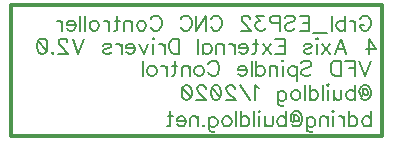
<source format=gbr>
G04 DipTrace 3.3.1.3*
G04 BottomSilk.gbr*
%MOIN*%
G04 #@! TF.FileFunction,Legend,Bot*
G04 #@! TF.Part,Single*
%ADD23C,0.011811*%
%ADD116C,0.00772*%
%FSLAX26Y26*%
G04*
G70*
G90*
G75*
G01*
G04 BotSilk*
%LPD*%
X2556200Y3868207D2*
D23*
X3793700D1*
Y3430708D1*
X2556200D1*
Y3868207D1*
X3718954Y3819795D2*
D116*
X3721330Y3824548D1*
X3726139Y3829357D1*
X3730892Y3831733D1*
X3740453D1*
X3745262Y3829357D1*
X3750015Y3824548D1*
X3752447Y3819795D1*
X3754823Y3812610D1*
Y3800617D1*
X3752447Y3793487D1*
X3750015Y3788678D1*
X3745262Y3783925D1*
X3740453Y3781493D1*
X3730892D1*
X3726139Y3783925D1*
X3721330Y3788678D1*
X3718954Y3793487D1*
Y3800617D1*
X3730892D1*
X3703514Y3814987D2*
Y3781493D1*
Y3800617D2*
X3701082Y3807802D1*
X3696329Y3812610D1*
X3691521Y3814987D1*
X3684336D1*
X3668897Y3831733D2*
Y3781493D1*
Y3807802D2*
X3664088Y3812610D1*
X3659335Y3814987D1*
X3652150D1*
X3647397Y3812610D1*
X3642588Y3807802D1*
X3640212Y3800617D1*
Y3795864D1*
X3642588Y3788678D1*
X3647397Y3783925D1*
X3652150Y3781493D1*
X3659335D1*
X3664088Y3783925D1*
X3668897Y3788678D1*
X3624772Y3831733D2*
Y3781493D1*
X3609333Y3773203D2*
X3563902D1*
X3517401Y3831733D2*
X3548462D1*
Y3781493D1*
X3517401D1*
X3548462Y3807802D2*
X3529339D1*
X3468468Y3824548D2*
X3473221Y3829357D1*
X3480406Y3831733D1*
X3489968D1*
X3497153Y3829357D1*
X3501962Y3824548D1*
Y3819795D1*
X3499530Y3814987D1*
X3497153Y3812610D1*
X3492400Y3810234D1*
X3478030Y3805425D1*
X3473221Y3803049D1*
X3470845Y3800617D1*
X3468468Y3795864D1*
Y3788678D1*
X3473221Y3783925D1*
X3480406Y3781493D1*
X3489968D1*
X3497153Y3783925D1*
X3501962Y3788678D1*
X3453029Y3805425D2*
X3431474D1*
X3424344Y3807802D1*
X3421912Y3810234D1*
X3419536Y3814987D1*
Y3822172D1*
X3421912Y3826925D1*
X3424344Y3829357D1*
X3431474Y3831733D1*
X3453029D1*
Y3781493D1*
X3399288Y3831678D2*
X3373035D1*
X3387350Y3812555D1*
X3380165D1*
X3375412Y3810178D1*
X3373035Y3807802D1*
X3370603Y3800617D1*
Y3795864D1*
X3373035Y3788678D1*
X3377788Y3783870D1*
X3384973Y3781493D1*
X3392158D1*
X3399288Y3783870D1*
X3401665Y3786302D1*
X3404096Y3791055D1*
X3352732Y3819740D2*
Y3822117D1*
X3350355Y3826925D1*
X3347979Y3829302D1*
X3343170Y3831678D1*
X3333609D1*
X3328856Y3829302D1*
X3326479Y3826925D1*
X3324047Y3822117D1*
Y3817363D1*
X3326479Y3812555D1*
X3331232Y3805425D1*
X3355164Y3781493D1*
X3321671D1*
X3221760Y3819795D2*
X3224137Y3824548D1*
X3228945Y3829357D1*
X3233699Y3831733D1*
X3243260D1*
X3248069Y3829357D1*
X3252822Y3824548D1*
X3255254Y3819795D1*
X3257630Y3812610D1*
Y3800617D1*
X3255254Y3793487D1*
X3252822Y3788678D1*
X3248069Y3783925D1*
X3243260Y3781493D1*
X3233699D1*
X3228945Y3783925D1*
X3224137Y3788678D1*
X3221760Y3793487D1*
X3172828Y3831733D2*
Y3781493D1*
X3206321Y3831733D1*
Y3781493D1*
X3121519Y3819795D2*
X3123895Y3824548D1*
X3128704Y3829357D1*
X3133457Y3831733D1*
X3143018D1*
X3147827Y3829357D1*
X3152580Y3824548D1*
X3155012Y3819795D1*
X3157389Y3812610D1*
Y3800617D1*
X3155012Y3793487D1*
X3152580Y3788678D1*
X3147827Y3783925D1*
X3143018Y3781493D1*
X3133457D1*
X3128704Y3783925D1*
X3123895Y3788678D1*
X3121519Y3793487D1*
X3021608Y3819795D2*
X3023985Y3824548D1*
X3028794Y3829357D1*
X3033547Y3831733D1*
X3043108D1*
X3047917Y3829357D1*
X3052670Y3824548D1*
X3055102Y3819795D1*
X3057478Y3812610D1*
Y3800617D1*
X3055102Y3793487D1*
X3052670Y3788678D1*
X3047917Y3783925D1*
X3043108Y3781493D1*
X3033547D1*
X3028794Y3783925D1*
X3023985Y3788678D1*
X3021608Y3793487D1*
X2994231Y3814987D2*
X2998984Y3812610D1*
X3003793Y3807802D1*
X3006169Y3800617D1*
Y3795864D1*
X3003793Y3788678D1*
X2998984Y3783925D1*
X2994231Y3781493D1*
X2987046D1*
X2982238Y3783925D1*
X2977484Y3788678D1*
X2975052Y3795864D1*
Y3800617D1*
X2977484Y3807802D1*
X2982238Y3812610D1*
X2987046Y3814987D1*
X2994231D1*
X2959613D2*
Y3781493D1*
Y3805425D2*
X2952428Y3812610D1*
X2947620Y3814987D1*
X2940490D1*
X2935682Y3812610D1*
X2933305Y3805425D1*
Y3781493D1*
X2910681Y3831733D2*
Y3791055D1*
X2908304Y3783925D1*
X2903496Y3781493D1*
X2898742D1*
X2917866Y3814987D2*
X2901119D1*
X2883303D2*
Y3781493D1*
Y3800617D2*
X2880871Y3807802D1*
X2876118Y3812610D1*
X2871310Y3814987D1*
X2864125D1*
X2836747D2*
X2841500Y3812610D1*
X2846309Y3807802D1*
X2848685Y3800617D1*
Y3795864D1*
X2846309Y3788678D1*
X2841500Y3783925D1*
X2836747Y3781493D1*
X2829562D1*
X2824754Y3783925D1*
X2820001Y3788678D1*
X2817569Y3795864D1*
Y3800617D1*
X2820001Y3807802D1*
X2824754Y3812610D1*
X2829562Y3814987D1*
X2836747D1*
X2802129Y3831733D2*
Y3781493D1*
X2786690Y3831733D2*
Y3781493D1*
X2771251Y3800617D2*
X2742566D1*
Y3805425D1*
X2744943Y3810234D1*
X2747319Y3812610D1*
X2752128Y3814987D1*
X2759313D1*
X2764066Y3812610D1*
X2768874Y3807802D1*
X2771251Y3800617D1*
Y3795864D1*
X2768874Y3788678D1*
X2764066Y3783925D1*
X2759313Y3781493D1*
X2752128D1*
X2747319Y3783925D1*
X2742566Y3788678D1*
X2727127Y3814987D2*
Y3781493D1*
Y3800617D2*
X2724695Y3807802D1*
X2719942Y3812610D1*
X2715133Y3814987D1*
X2707948D1*
X3749960Y3704635D2*
Y3754820D1*
X3773891Y3721382D1*
X3738021D1*
X3635679Y3704635D2*
X3654858Y3754875D1*
X3673981Y3704635D1*
X3666796Y3721382D2*
X3642864D1*
X3620240Y3738128D2*
X3593932Y3704635D1*
Y3738128D2*
X3620240Y3704635D1*
X3578493Y3754875D2*
X3576116Y3752499D1*
X3573684Y3754875D1*
X3576116Y3757307D1*
X3578493Y3754875D1*
X3576116Y3738128D2*
Y3704635D1*
X3531937Y3730943D2*
X3534313Y3735752D1*
X3541498Y3738128D1*
X3548683D1*
X3555868Y3735752D1*
X3558245Y3730943D1*
X3555868Y3726190D1*
X3551060Y3723758D1*
X3539122Y3721382D1*
X3534313Y3719005D1*
X3531937Y3714197D1*
Y3711820D1*
X3534313Y3707067D1*
X3541498Y3704635D1*
X3548683D1*
X3555868Y3707067D1*
X3558245Y3711820D1*
X3436835Y3754875D2*
X3467896D1*
Y3704635D1*
X3436835D1*
X3467896Y3730943D2*
X3448773D1*
X3421396Y3738128D2*
X3395087Y3704635D1*
Y3738128D2*
X3421396Y3704635D1*
X3372463Y3754875D2*
Y3714197D1*
X3370086Y3707067D1*
X3365278Y3704635D1*
X3360525D1*
X3379648Y3738128D2*
X3362901D1*
X3345086Y3723758D2*
X3316401D1*
Y3728567D1*
X3318777Y3733375D1*
X3321154Y3735752D1*
X3325962Y3738128D1*
X3333147D1*
X3337901Y3735752D1*
X3342709Y3730943D1*
X3345086Y3723758D1*
Y3719005D1*
X3342709Y3711820D1*
X3337901Y3707067D1*
X3333147Y3704635D1*
X3325962D1*
X3321154Y3707067D1*
X3316401Y3711820D1*
X3300961Y3738128D2*
Y3704635D1*
Y3723758D2*
X3298530Y3730943D1*
X3293776Y3735752D1*
X3288968Y3738128D1*
X3281783D1*
X3266344D2*
Y3704635D1*
Y3728567D2*
X3259159Y3735752D1*
X3254350Y3738128D1*
X3247220D1*
X3242412Y3735752D1*
X3240035Y3728567D1*
Y3704635D1*
X3195911Y3738128D2*
Y3704635D1*
Y3730943D2*
X3200664Y3735752D1*
X3205473Y3738128D1*
X3212603D1*
X3217411Y3735752D1*
X3222164Y3730943D1*
X3224596Y3723758D1*
Y3719005D1*
X3222164Y3711820D1*
X3217411Y3707067D1*
X3212603Y3704635D1*
X3205473D1*
X3200664Y3707067D1*
X3195911Y3711820D1*
X3180472Y3754875D2*
Y3704635D1*
X3116432Y3754875D2*
Y3704635D1*
X3099685D1*
X3092500Y3707067D1*
X3087692Y3711820D1*
X3085315Y3716629D1*
X3082938Y3723758D1*
Y3735752D1*
X3085315Y3742937D1*
X3087692Y3747690D1*
X3092500Y3752499D1*
X3099685Y3754875D1*
X3116432D1*
X3067499Y3738128D2*
Y3704635D1*
Y3723758D2*
X3065067Y3730943D1*
X3060314Y3735752D1*
X3055506Y3738128D1*
X3048321D1*
X3032881Y3754875D2*
X3030505Y3752499D1*
X3028073Y3754875D1*
X3030505Y3757307D1*
X3032881Y3754875D1*
X3030505Y3738128D2*
Y3704635D1*
X3012634Y3738128D2*
X2998264Y3704635D1*
X2983949Y3738128D1*
X2968510Y3723758D2*
X2939825D1*
Y3728567D1*
X2942201Y3733375D1*
X2944578Y3735752D1*
X2949386Y3738128D1*
X2956571D1*
X2961325Y3735752D1*
X2966133Y3730943D1*
X2968510Y3723758D1*
Y3719005D1*
X2966133Y3711820D1*
X2961325Y3707067D1*
X2956571Y3704635D1*
X2949386D1*
X2944578Y3707067D1*
X2939825Y3711820D1*
X2924385Y3738128D2*
Y3704635D1*
Y3723758D2*
X2921954Y3730943D1*
X2917200Y3735752D1*
X2912392Y3738128D1*
X2905207D1*
X2863459Y3730943D2*
X2865836Y3735752D1*
X2873021Y3738128D1*
X2880206D1*
X2887391Y3735752D1*
X2889768Y3730943D1*
X2887391Y3726190D1*
X2882583Y3723758D1*
X2870644Y3721382D1*
X2865836Y3719005D1*
X2863459Y3714197D1*
Y3711820D1*
X2865836Y3707067D1*
X2873021Y3704635D1*
X2880206D1*
X2887391Y3707067D1*
X2889768Y3711820D1*
X2799419Y3754875D2*
X2780296Y3704635D1*
X2761173Y3754875D1*
X2743302Y3742882D2*
Y3745258D1*
X2740925Y3750067D1*
X2738548Y3752443D1*
X2733740Y3754820D1*
X2724178D1*
X2719425Y3752443D1*
X2717049Y3750067D1*
X2714617Y3745258D1*
Y3740505D1*
X2717049Y3735697D1*
X2721802Y3728567D1*
X2745733Y3704635D1*
X2712240D1*
X2694424Y3709444D2*
X2696801Y3707012D1*
X2694424Y3704635D1*
X2691992Y3707012D1*
X2694424Y3709444D1*
X2662183Y3754820D2*
X2669368Y3752443D1*
X2674177Y3745258D1*
X2676553Y3733320D1*
Y3726135D1*
X2674177Y3714197D1*
X2669368Y3707012D1*
X2662183Y3704635D1*
X2657430D1*
X2650245Y3707012D1*
X2645492Y3714197D1*
X2643060Y3726135D1*
Y3733320D1*
X2645492Y3745258D1*
X2650245Y3752443D1*
X2657430Y3754820D1*
X2662183D1*
X2645492Y3745258D2*
X2674177Y3714197D1*
X3754824Y3681046D2*
X3735701Y3630806D1*
X3716577Y3681046D1*
X3670021D2*
X3701138D1*
Y3630806D1*
Y3657114D2*
X3682015D1*
X3654582Y3681046D2*
Y3630806D1*
X3637835D1*
X3630650Y3633238D1*
X3625842Y3637991D1*
X3623465Y3642799D1*
X3621089Y3649929D1*
Y3661923D1*
X3623465Y3669108D1*
X3625842Y3673861D1*
X3630650Y3678669D1*
X3637835Y3681046D1*
X3654582D1*
X3523555Y3673861D2*
X3528308Y3678669D1*
X3535493Y3681046D1*
X3545055D1*
X3552240Y3678669D1*
X3557049Y3673861D1*
Y3669108D1*
X3554617Y3664299D1*
X3552240Y3661923D1*
X3547487Y3659546D1*
X3533117Y3654737D1*
X3528308Y3652361D1*
X3525932Y3649929D1*
X3523555Y3645176D1*
Y3637991D1*
X3528308Y3633238D1*
X3535493Y3630806D1*
X3545055D1*
X3552240Y3633238D1*
X3557049Y3637991D1*
X3508116Y3664299D2*
Y3614059D1*
Y3657114D2*
X3503308Y3661867D1*
X3498554Y3664299D1*
X3491369D1*
X3486561Y3661867D1*
X3481808Y3657114D1*
X3479376Y3649929D1*
Y3645121D1*
X3481808Y3637991D1*
X3486561Y3633182D1*
X3491369Y3630806D1*
X3498554D1*
X3503308Y3633182D1*
X3508116Y3637991D1*
X3463937Y3681046D2*
X3461560Y3678669D1*
X3459128Y3681046D1*
X3461560Y3683478D1*
X3463937Y3681046D1*
X3461560Y3664299D2*
Y3630806D1*
X3443689Y3664299D2*
Y3630806D1*
Y3654737D2*
X3436504Y3661923D1*
X3431695Y3664299D1*
X3424566D1*
X3419757Y3661923D1*
X3417381Y3654737D1*
Y3630806D1*
X3373256Y3681046D2*
Y3630806D1*
Y3657114D2*
X3378010Y3661923D1*
X3382818Y3664299D1*
X3390003D1*
X3394756Y3661923D1*
X3399565Y3657114D1*
X3401941Y3649929D1*
Y3645176D1*
X3399565Y3637991D1*
X3394756Y3633238D1*
X3390003Y3630806D1*
X3382818D1*
X3378010Y3633238D1*
X3373256Y3637991D1*
X3357817Y3681046D2*
Y3630806D1*
X3342378Y3649929D2*
X3313693D1*
Y3654737D1*
X3316070Y3659546D1*
X3318446Y3661923D1*
X3323255Y3664299D1*
X3330440D1*
X3335193Y3661923D1*
X3340001Y3657114D1*
X3342378Y3649929D1*
Y3645176D1*
X3340001Y3637991D1*
X3335193Y3633238D1*
X3330440Y3630806D1*
X3323255D1*
X3318446Y3633238D1*
X3313693Y3637991D1*
X3213783Y3669108D2*
X3216160Y3673861D1*
X3220968Y3678669D1*
X3225721Y3681046D1*
X3235283D1*
X3240091Y3678669D1*
X3244844Y3673861D1*
X3247276Y3669108D1*
X3249653Y3661923D1*
Y3649929D1*
X3247276Y3642799D1*
X3244844Y3637991D1*
X3240091Y3633238D1*
X3235283Y3630806D1*
X3225721D1*
X3220968Y3633238D1*
X3216160Y3637991D1*
X3213783Y3642799D1*
X3186405Y3664299D2*
X3191159Y3661923D1*
X3195967Y3657114D1*
X3198344Y3649929D1*
Y3645176D1*
X3195967Y3637991D1*
X3191159Y3633238D1*
X3186405Y3630806D1*
X3179220D1*
X3174412Y3633238D1*
X3169659Y3637991D1*
X3167227Y3645176D1*
Y3649929D1*
X3169659Y3657114D1*
X3174412Y3661923D1*
X3179220Y3664299D1*
X3186405D1*
X3151788D2*
Y3630806D1*
Y3654737D2*
X3144603Y3661923D1*
X3139794Y3664299D1*
X3132664D1*
X3127856Y3661923D1*
X3125479Y3654737D1*
Y3630806D1*
X3102855Y3681046D2*
Y3640367D1*
X3100479Y3633238D1*
X3095670Y3630806D1*
X3090917D1*
X3110040Y3664299D2*
X3093294D1*
X3075478D2*
Y3630806D1*
Y3649929D2*
X3073046Y3657114D1*
X3068293Y3661923D1*
X3063484Y3664299D1*
X3056299D1*
X3028922D2*
X3033675Y3661923D1*
X3038483Y3657114D1*
X3040860Y3649929D1*
Y3645176D1*
X3038483Y3637991D1*
X3033675Y3633238D1*
X3028922Y3630806D1*
X3021737D1*
X3016928Y3633238D1*
X3012175Y3637991D1*
X3009743Y3645176D1*
Y3649929D1*
X3012175Y3657114D1*
X3016928Y3661923D1*
X3021737Y3664299D1*
X3028922D1*
X2994304Y3681046D2*
Y3630806D1*
X3728518Y3587803D2*
X3735703D1*
X3740456Y3585426D1*
X3742888Y3583050D1*
X3745264Y3578241D1*
Y3568680D1*
X3742888Y3566303D1*
X3738079D1*
X3728518Y3568680D1*
X3726141Y3563926D1*
X3723765D1*
X3718956Y3568680D1*
X3716580Y3580618D1*
X3718956Y3587803D1*
X3721333Y3592611D1*
X3726141Y3597365D1*
X3730894Y3599741D1*
X3740456D1*
X3745264Y3597365D1*
X3750018Y3592611D1*
X3752449Y3587803D1*
X3754826Y3580618D1*
Y3568680D1*
X3752449Y3561495D1*
X3750018Y3556741D1*
X3745264Y3551933D1*
X3740456Y3549556D1*
X3730894D1*
X3726141Y3551933D1*
X3721333Y3556741D1*
X3728518Y3590180D2*
Y3568680D1*
X3701140Y3599796D2*
Y3549556D1*
Y3575865D2*
X3696332Y3580673D1*
X3691579Y3583050D1*
X3684394D1*
X3679640Y3580673D1*
X3674832Y3575865D1*
X3672455Y3568680D1*
Y3563926D1*
X3674832Y3556741D1*
X3679640Y3551988D1*
X3684394Y3549556D1*
X3691579D1*
X3696332Y3551988D1*
X3701140Y3556741D1*
X3657016Y3583050D2*
Y3559118D1*
X3654640Y3551988D1*
X3649831Y3549556D1*
X3642646D1*
X3637893Y3551988D1*
X3630708Y3559118D1*
Y3583050D2*
Y3549556D1*
X3615269Y3599796D2*
X3612892Y3597420D1*
X3610460Y3599796D1*
X3612892Y3602228D1*
X3615269Y3599796D1*
X3612892Y3583050D2*
Y3549556D1*
X3595021Y3599796D2*
Y3549556D1*
X3550897Y3599796D2*
Y3549556D1*
Y3575865D2*
X3555650Y3580673D1*
X3560458Y3583050D1*
X3567643D1*
X3572397Y3580673D1*
X3577205Y3575865D1*
X3579582Y3568680D1*
Y3563926D1*
X3577205Y3556741D1*
X3572397Y3551988D1*
X3567643Y3549556D1*
X3560458D1*
X3555650Y3551988D1*
X3550897Y3556741D1*
X3535458Y3599796D2*
Y3549556D1*
X3508080Y3583050D2*
X3512833Y3580673D1*
X3517642Y3575865D1*
X3520018Y3568680D1*
Y3563926D1*
X3517642Y3556741D1*
X3512833Y3551988D1*
X3508080Y3549556D1*
X3500895D1*
X3496087Y3551988D1*
X3491333Y3556741D1*
X3488902Y3563926D1*
Y3568680D1*
X3491333Y3575865D1*
X3496087Y3580673D1*
X3500895Y3583050D1*
X3508080D1*
X3444777Y3580673D2*
Y3542371D1*
X3447154Y3535242D1*
X3449531Y3532810D1*
X3454339Y3530433D1*
X3461524D1*
X3466277Y3532810D1*
X3444777Y3573488D2*
X3449531Y3578241D1*
X3454339Y3580673D1*
X3461524D1*
X3466277Y3578241D1*
X3471086Y3573488D1*
X3473462Y3566303D1*
Y3561495D1*
X3471086Y3554365D1*
X3466277Y3549556D1*
X3461524Y3547180D1*
X3454339D1*
X3449531Y3549556D1*
X3444777Y3554365D1*
X3380737Y3590180D2*
X3375929Y3592611D1*
X3368744Y3599741D1*
Y3549556D1*
X3353304D2*
X3319811Y3599741D1*
X3301940Y3587803D2*
Y3590180D1*
X3299563Y3594988D1*
X3297187Y3597365D1*
X3292378Y3599741D1*
X3282817D1*
X3278064Y3597365D1*
X3275687Y3594988D1*
X3273255Y3590180D1*
Y3585426D1*
X3275687Y3580618D1*
X3280440Y3573488D1*
X3304372Y3549556D1*
X3270879D1*
X3241069Y3599741D2*
X3248254Y3597365D1*
X3253063Y3590180D1*
X3255439Y3578241D1*
Y3571056D1*
X3253063Y3559118D1*
X3248254Y3551933D1*
X3241069Y3549556D1*
X3236316D1*
X3229131Y3551933D1*
X3224378Y3559118D1*
X3221946Y3571056D1*
Y3578241D1*
X3224378Y3590180D1*
X3229131Y3597365D1*
X3236316Y3599741D1*
X3241069D1*
X3224378Y3590180D2*
X3253063Y3559118D1*
X3204075Y3587803D2*
Y3590180D1*
X3201698Y3594988D1*
X3199322Y3597365D1*
X3194513Y3599741D1*
X3184952D1*
X3180198Y3597365D1*
X3177822Y3594988D1*
X3175390Y3590180D1*
Y3585426D1*
X3177822Y3580618D1*
X3182575Y3573488D1*
X3206507Y3549556D1*
X3173013D1*
X3143204Y3599741D2*
X3150389Y3597365D1*
X3155198Y3590180D1*
X3157574Y3578241D1*
Y3571056D1*
X3155198Y3559118D1*
X3150389Y3551933D1*
X3143204Y3549556D1*
X3138451D1*
X3131266Y3551933D1*
X3126513Y3559118D1*
X3124081Y3571056D1*
Y3578241D1*
X3126513Y3590180D1*
X3131266Y3597365D1*
X3138451Y3599741D1*
X3143204D1*
X3126513Y3590180D2*
X3155198Y3559118D1*
X3754824Y3512295D2*
Y3462055D1*
Y3488363D2*
X3750016Y3493172D1*
X3745263Y3495548D1*
X3738078D1*
X3733324Y3493172D1*
X3728516Y3488363D1*
X3726139Y3481178D1*
Y3476425D1*
X3728516Y3469240D1*
X3733324Y3464487D1*
X3738078Y3462055D1*
X3745263D1*
X3750016Y3464487D1*
X3754824Y3469240D1*
X3682015Y3512295D2*
Y3462055D1*
Y3488363D2*
X3686768Y3493172D1*
X3691577Y3495548D1*
X3698762D1*
X3703515Y3493172D1*
X3708324Y3488363D1*
X3710700Y3481178D1*
Y3476425D1*
X3708324Y3469240D1*
X3703515Y3464487D1*
X3698762Y3462055D1*
X3691577D1*
X3686768Y3464487D1*
X3682015Y3469240D1*
X3666576Y3495548D2*
Y3462055D1*
Y3481178D2*
X3664144Y3488363D1*
X3659391Y3493172D1*
X3654583Y3495548D1*
X3647398D1*
X3631958Y3512295D2*
X3629582Y3509919D1*
X3627150Y3512295D1*
X3629582Y3514727D1*
X3631958Y3512295D1*
X3629582Y3495548D2*
Y3462055D1*
X3611711Y3495548D2*
Y3462055D1*
Y3485987D2*
X3604526Y3493172D1*
X3599717Y3495548D1*
X3592587D1*
X3587779Y3493172D1*
X3585402Y3485987D1*
Y3462055D1*
X3541278Y3493172D2*
Y3454870D1*
X3543655Y3447740D1*
X3546031Y3445308D1*
X3550840Y3442932D1*
X3558025D1*
X3562778Y3445308D1*
X3541278Y3485987D2*
X3546031Y3490740D1*
X3550840Y3493172D1*
X3558025D1*
X3562778Y3490740D1*
X3567586Y3485987D1*
X3569963Y3478802D1*
Y3473993D1*
X3567586Y3466864D1*
X3562778Y3462055D1*
X3558025Y3459679D1*
X3550840D1*
X3546031Y3462055D1*
X3541278Y3466864D1*
X3499531Y3500302D2*
X3506716D1*
X3511469Y3497925D1*
X3513901Y3495548D1*
X3516277Y3490740D1*
Y3481178D1*
X3513901Y3478802D1*
X3509092D1*
X3499531Y3481178D1*
X3497154Y3476425D1*
X3494777D1*
X3489969Y3481178D1*
X3487592Y3493117D1*
X3489969Y3500302D1*
X3492346Y3505110D1*
X3497154Y3509863D1*
X3501907Y3512240D1*
X3511469D1*
X3516277Y3509863D1*
X3521030Y3505110D1*
X3523462Y3500302D1*
X3525839Y3493117D1*
Y3481178D1*
X3523462Y3473993D1*
X3521030Y3469240D1*
X3516277Y3464432D1*
X3511469Y3462055D1*
X3501907D1*
X3497154Y3464432D1*
X3492346Y3469240D1*
X3499531Y3502678D2*
Y3481178D1*
X3472153Y3512295D2*
Y3462055D1*
Y3488363D2*
X3467345Y3493172D1*
X3462592Y3495548D1*
X3455406D1*
X3450653Y3493172D1*
X3445845Y3488363D1*
X3443468Y3481178D1*
Y3476425D1*
X3445845Y3469240D1*
X3450653Y3464487D1*
X3455406Y3462055D1*
X3462592D1*
X3467345Y3464487D1*
X3472153Y3469240D1*
X3428029Y3495548D2*
Y3471617D1*
X3425652Y3464487D1*
X3420844Y3462055D1*
X3413659D1*
X3408906Y3464487D1*
X3401721Y3471617D1*
Y3495548D2*
Y3462055D1*
X3386281Y3512295D2*
X3383905Y3509919D1*
X3381473Y3512295D1*
X3383905Y3514727D1*
X3386281Y3512295D1*
X3383905Y3495548D2*
Y3462055D1*
X3366034Y3512295D2*
Y3462055D1*
X3321910Y3512295D2*
Y3462055D1*
Y3488363D2*
X3326663Y3493172D1*
X3331471Y3495548D1*
X3338656D1*
X3343409Y3493172D1*
X3348218Y3488363D1*
X3350595Y3481178D1*
Y3476425D1*
X3348218Y3469240D1*
X3343409Y3464487D1*
X3338656Y3462055D1*
X3331471D1*
X3326663Y3464487D1*
X3321910Y3469240D1*
X3306470Y3512295D2*
Y3462055D1*
X3279093Y3495548D2*
X3283846Y3493172D1*
X3288655Y3488363D1*
X3291031Y3481178D1*
Y3476425D1*
X3288655Y3469240D1*
X3283846Y3464487D1*
X3279093Y3462055D1*
X3271908D1*
X3267099Y3464487D1*
X3262346Y3469240D1*
X3259914Y3476425D1*
Y3481178D1*
X3262346Y3488363D1*
X3267099Y3493172D1*
X3271908Y3495548D1*
X3279093D1*
X3215790Y3493172D2*
Y3454870D1*
X3218167Y3447740D1*
X3220543Y3445308D1*
X3225352Y3442932D1*
X3232537D1*
X3237290Y3445308D1*
X3215790Y3485987D2*
X3220543Y3490740D1*
X3225352Y3493172D1*
X3232537D1*
X3237290Y3490740D1*
X3242099Y3485987D1*
X3244475Y3478802D1*
Y3473993D1*
X3242099Y3466864D1*
X3237290Y3462055D1*
X3232537Y3459679D1*
X3225352D1*
X3220543Y3462055D1*
X3215790Y3466864D1*
X3197974D2*
X3200351Y3464432D1*
X3197974Y3462055D1*
X3195543Y3464432D1*
X3197974Y3466864D1*
X3180103Y3495548D2*
Y3462055D1*
Y3485987D2*
X3172918Y3493172D1*
X3168110Y3495548D1*
X3160980D1*
X3156172Y3493172D1*
X3153795Y3485987D1*
Y3462055D1*
X3138356Y3481178D2*
X3109671D1*
Y3485987D1*
X3112047Y3490795D1*
X3114424Y3493172D1*
X3119233Y3495548D1*
X3126418D1*
X3131171Y3493172D1*
X3135979Y3488363D1*
X3138356Y3481178D1*
Y3476425D1*
X3135979Y3469240D1*
X3131171Y3464487D1*
X3126418Y3462055D1*
X3119233D1*
X3114424Y3464487D1*
X3109671Y3469240D1*
X3087047Y3512295D2*
Y3471617D1*
X3084670Y3464487D1*
X3079862Y3462055D1*
X3075108D1*
X3094232Y3495548D2*
X3077485D1*
M02*

</source>
